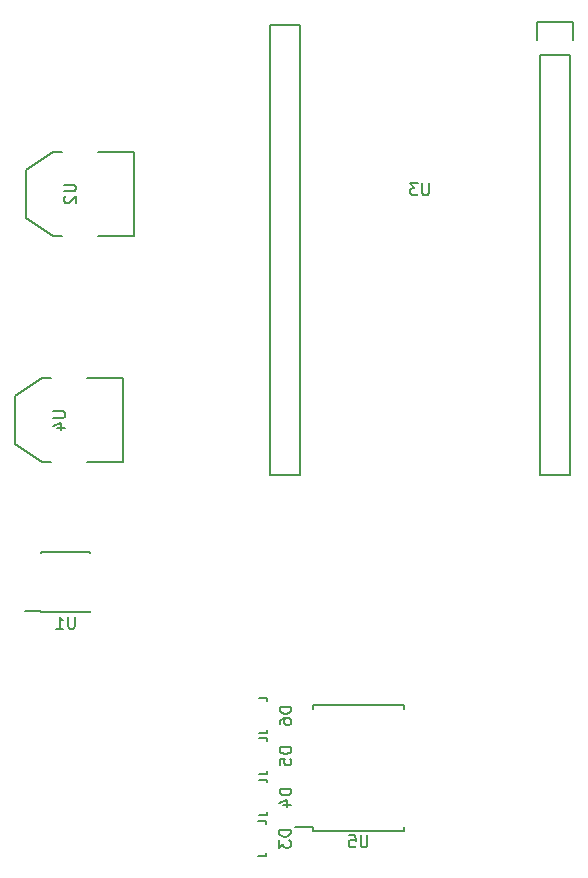
<source format=gbr>
G04 #@! TF.FileFunction,Legend,Bot*
%FSLAX46Y46*%
G04 Gerber Fmt 4.6, Leading zero omitted, Abs format (unit mm)*
G04 Created by KiCad (PCBNEW 4.0.2+dfsg1-stable) date pon, 19 lis 2018, 23:52:54*
%MOMM*%
G01*
G04 APERTURE LIST*
%ADD10C,0.100000*%
%ADD11C,0.150000*%
G04 APERTURE END LIST*
D10*
D11*
X119520000Y-83270000D02*
X119520000Y-118830000D01*
X119520000Y-118830000D02*
X116980000Y-118830000D01*
X116980000Y-118830000D02*
X116980000Y-83270000D01*
X116700000Y-80450000D02*
X116700000Y-82000000D01*
X116980000Y-83270000D02*
X119520000Y-83270000D01*
X119800000Y-82000000D02*
X119800000Y-80450000D01*
X119800000Y-80450000D02*
X116700000Y-80450000D01*
X96660000Y-118830000D02*
X94120000Y-118830000D01*
X96660000Y-80730000D02*
X96660000Y-118830000D01*
X94120000Y-80730000D02*
X96660000Y-80730000D01*
X94120000Y-118830000D02*
X94120000Y-80730000D01*
X93804740Y-148306840D02*
X93804740Y-148355100D01*
X93103700Y-151105820D02*
X93804740Y-151105820D01*
X93804740Y-151105820D02*
X93804740Y-150856900D01*
X93804740Y-148306840D02*
X93804740Y-148106180D01*
X93804740Y-148106180D02*
X93103700Y-148106180D01*
X93868240Y-144814340D02*
X93868240Y-144862600D01*
X93167200Y-147613320D02*
X93868240Y-147613320D01*
X93868240Y-147613320D02*
X93868240Y-147364400D01*
X93868240Y-144814340D02*
X93868240Y-144613680D01*
X93868240Y-144613680D02*
X93167200Y-144613680D01*
X93868240Y-141321840D02*
X93868240Y-141370100D01*
X93167200Y-144120820D02*
X93868240Y-144120820D01*
X93868240Y-144120820D02*
X93868240Y-143871900D01*
X93868240Y-141321840D02*
X93868240Y-141121180D01*
X93868240Y-141121180D02*
X93167200Y-141121180D01*
X93868240Y-137892840D02*
X93868240Y-137941100D01*
X93167200Y-140691820D02*
X93868240Y-140691820D01*
X93868240Y-140691820D02*
X93868240Y-140442900D01*
X93868240Y-137892840D02*
X93868240Y-137692180D01*
X93868240Y-137692180D02*
X93167200Y-137692180D01*
X97725000Y-148962000D02*
X97725000Y-148607000D01*
X105475000Y-148962000D02*
X105475000Y-148607000D01*
X105475000Y-138312000D02*
X105475000Y-138667000D01*
X97725000Y-138312000D02*
X97725000Y-138667000D01*
X97725000Y-148962000D02*
X105475000Y-148962000D01*
X97725000Y-138312000D02*
X105475000Y-138312000D01*
X97725000Y-148607000D02*
X96200000Y-148607000D01*
X74760000Y-130464000D02*
X74760000Y-130319000D01*
X78910000Y-130464000D02*
X78910000Y-130319000D01*
X78910000Y-125314000D02*
X78910000Y-125459000D01*
X74760000Y-125314000D02*
X74760000Y-125459000D01*
X74760000Y-130464000D02*
X78910000Y-130464000D01*
X74760000Y-125314000D02*
X78910000Y-125314000D01*
X74760000Y-130319000D02*
X73360000Y-130319000D01*
X79524000Y-91444000D02*
X82572000Y-91444000D01*
X82572000Y-91444000D02*
X82572000Y-98556000D01*
X82572000Y-98556000D02*
X79524000Y-98556000D01*
X76476000Y-91444000D02*
X75714000Y-91444000D01*
X75714000Y-91444000D02*
X73428000Y-92968000D01*
X73428000Y-92968000D02*
X73428000Y-97032000D01*
X73428000Y-97032000D02*
X75714000Y-98556000D01*
X75714000Y-98556000D02*
X76476000Y-98556000D01*
X78613000Y-110617000D02*
X81661000Y-110617000D01*
X81661000Y-110617000D02*
X81661000Y-117729000D01*
X81661000Y-117729000D02*
X78613000Y-117729000D01*
X75565000Y-110617000D02*
X74803000Y-110617000D01*
X74803000Y-110617000D02*
X72517000Y-112141000D01*
X72517000Y-112141000D02*
X72517000Y-116205000D01*
X72517000Y-116205000D02*
X74803000Y-117729000D01*
X74803000Y-117729000D02*
X75565000Y-117729000D01*
X107581905Y-94132381D02*
X107581905Y-94941905D01*
X107534286Y-95037143D01*
X107486667Y-95084762D01*
X107391429Y-95132381D01*
X107200952Y-95132381D01*
X107105714Y-95084762D01*
X107058095Y-95037143D01*
X107010476Y-94941905D01*
X107010476Y-94132381D01*
X106629524Y-94132381D02*
X106010476Y-94132381D01*
X106343810Y-94513333D01*
X106200952Y-94513333D01*
X106105714Y-94560952D01*
X106058095Y-94608571D01*
X106010476Y-94703810D01*
X106010476Y-94941905D01*
X106058095Y-95037143D01*
X106105714Y-95084762D01*
X106200952Y-95132381D01*
X106486667Y-95132381D01*
X106581905Y-95084762D01*
X106629524Y-95037143D01*
X95856881Y-148867905D02*
X94856881Y-148867905D01*
X94856881Y-149106000D01*
X94904500Y-149248858D01*
X94999738Y-149344096D01*
X95094976Y-149391715D01*
X95285452Y-149439334D01*
X95428310Y-149439334D01*
X95618786Y-149391715D01*
X95714024Y-149344096D01*
X95809262Y-149248858D01*
X95856881Y-149106000D01*
X95856881Y-148867905D01*
X94856881Y-149772667D02*
X94856881Y-150391715D01*
X95237833Y-150058381D01*
X95237833Y-150201239D01*
X95285452Y-150296477D01*
X95333071Y-150344096D01*
X95428310Y-150391715D01*
X95666405Y-150391715D01*
X95761643Y-150344096D01*
X95809262Y-150296477D01*
X95856881Y-150201239D01*
X95856881Y-149915524D01*
X95809262Y-149820286D01*
X95761643Y-149772667D01*
X95920381Y-145375405D02*
X94920381Y-145375405D01*
X94920381Y-145613500D01*
X94968000Y-145756358D01*
X95063238Y-145851596D01*
X95158476Y-145899215D01*
X95348952Y-145946834D01*
X95491810Y-145946834D01*
X95682286Y-145899215D01*
X95777524Y-145851596D01*
X95872762Y-145756358D01*
X95920381Y-145613500D01*
X95920381Y-145375405D01*
X95253714Y-146803977D02*
X95920381Y-146803977D01*
X94872762Y-146565881D02*
X95587048Y-146327786D01*
X95587048Y-146946834D01*
X95920381Y-141882905D02*
X94920381Y-141882905D01*
X94920381Y-142121000D01*
X94968000Y-142263858D01*
X95063238Y-142359096D01*
X95158476Y-142406715D01*
X95348952Y-142454334D01*
X95491810Y-142454334D01*
X95682286Y-142406715D01*
X95777524Y-142359096D01*
X95872762Y-142263858D01*
X95920381Y-142121000D01*
X95920381Y-141882905D01*
X94920381Y-143359096D02*
X94920381Y-142882905D01*
X95396571Y-142835286D01*
X95348952Y-142882905D01*
X95301333Y-142978143D01*
X95301333Y-143216239D01*
X95348952Y-143311477D01*
X95396571Y-143359096D01*
X95491810Y-143406715D01*
X95729905Y-143406715D01*
X95825143Y-143359096D01*
X95872762Y-143311477D01*
X95920381Y-143216239D01*
X95920381Y-142978143D01*
X95872762Y-142882905D01*
X95825143Y-142835286D01*
X95920381Y-138453905D02*
X94920381Y-138453905D01*
X94920381Y-138692000D01*
X94968000Y-138834858D01*
X95063238Y-138930096D01*
X95158476Y-138977715D01*
X95348952Y-139025334D01*
X95491810Y-139025334D01*
X95682286Y-138977715D01*
X95777524Y-138930096D01*
X95872762Y-138834858D01*
X95920381Y-138692000D01*
X95920381Y-138453905D01*
X94920381Y-139882477D02*
X94920381Y-139692000D01*
X94968000Y-139596762D01*
X95015619Y-139549143D01*
X95158476Y-139453905D01*
X95348952Y-139406286D01*
X95729905Y-139406286D01*
X95825143Y-139453905D01*
X95872762Y-139501524D01*
X95920381Y-139596762D01*
X95920381Y-139787239D01*
X95872762Y-139882477D01*
X95825143Y-139930096D01*
X95729905Y-139977715D01*
X95491810Y-139977715D01*
X95396571Y-139930096D01*
X95348952Y-139882477D01*
X95301333Y-139787239D01*
X95301333Y-139596762D01*
X95348952Y-139501524D01*
X95396571Y-139453905D01*
X95491810Y-139406286D01*
X102361905Y-149339381D02*
X102361905Y-150148905D01*
X102314286Y-150244143D01*
X102266667Y-150291762D01*
X102171429Y-150339381D01*
X101980952Y-150339381D01*
X101885714Y-150291762D01*
X101838095Y-150244143D01*
X101790476Y-150148905D01*
X101790476Y-149339381D01*
X100838095Y-149339381D02*
X101314286Y-149339381D01*
X101361905Y-149815571D01*
X101314286Y-149767952D01*
X101219048Y-149720333D01*
X100980952Y-149720333D01*
X100885714Y-149767952D01*
X100838095Y-149815571D01*
X100790476Y-149910810D01*
X100790476Y-150148905D01*
X100838095Y-150244143D01*
X100885714Y-150291762D01*
X100980952Y-150339381D01*
X101219048Y-150339381D01*
X101314286Y-150291762D01*
X101361905Y-150244143D01*
X77596905Y-130841381D02*
X77596905Y-131650905D01*
X77549286Y-131746143D01*
X77501667Y-131793762D01*
X77406429Y-131841381D01*
X77215952Y-131841381D01*
X77120714Y-131793762D01*
X77073095Y-131746143D01*
X77025476Y-131650905D01*
X77025476Y-130841381D01*
X76025476Y-131841381D02*
X76596905Y-131841381D01*
X76311191Y-131841381D02*
X76311191Y-130841381D01*
X76406429Y-130984238D01*
X76501667Y-131079476D01*
X76596905Y-131127095D01*
X76690381Y-94238095D02*
X77499905Y-94238095D01*
X77595143Y-94285714D01*
X77642762Y-94333333D01*
X77690381Y-94428571D01*
X77690381Y-94619048D01*
X77642762Y-94714286D01*
X77595143Y-94761905D01*
X77499905Y-94809524D01*
X76690381Y-94809524D01*
X76785619Y-95238095D02*
X76738000Y-95285714D01*
X76690381Y-95380952D01*
X76690381Y-95619048D01*
X76738000Y-95714286D01*
X76785619Y-95761905D01*
X76880857Y-95809524D01*
X76976095Y-95809524D01*
X77118952Y-95761905D01*
X77690381Y-95190476D01*
X77690381Y-95809524D01*
X75779381Y-113411095D02*
X76588905Y-113411095D01*
X76684143Y-113458714D01*
X76731762Y-113506333D01*
X76779381Y-113601571D01*
X76779381Y-113792048D01*
X76731762Y-113887286D01*
X76684143Y-113934905D01*
X76588905Y-113982524D01*
X75779381Y-113982524D01*
X76112714Y-114887286D02*
X76779381Y-114887286D01*
X75731762Y-114649190D02*
X76446048Y-114411095D01*
X76446048Y-115030143D01*
M02*

</source>
